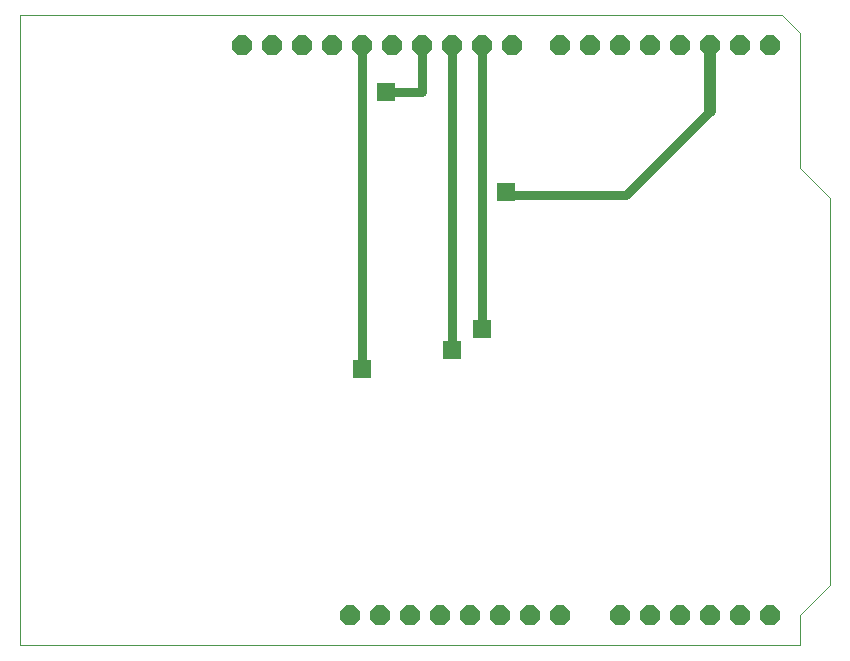
<source format=gbl>
G75*
G70*
%OFA0B0*%
%FSLAX24Y24*%
%IPPOS*%
%LPD*%
%AMOC8*
5,1,8,0,0,1.08239X$1,22.5*
%
%ADD10C,0.0000*%
%ADD11OC8,0.0660*%
%ADD12R,0.0591X0.0591*%
%ADD13C,0.0300*%
%ADD14C,0.0400*%
D10*
X000500Y000500D02*
X000500Y021500D01*
X025900Y021500D01*
X026500Y020900D01*
X026500Y016400D01*
X027500Y015400D01*
X027500Y002500D01*
X026500Y001500D01*
X026500Y000500D01*
X000500Y000500D01*
D11*
X011500Y001500D03*
X012500Y001500D03*
X013500Y001500D03*
X014500Y001500D03*
X015500Y001500D03*
X016500Y001500D03*
X017500Y001500D03*
X018500Y001500D03*
X020500Y001500D03*
X021500Y001500D03*
X022500Y001500D03*
X023500Y001500D03*
X024500Y001500D03*
X025500Y001500D03*
X025500Y020500D03*
X024500Y020500D03*
X023500Y020500D03*
X022500Y020500D03*
X021500Y020500D03*
X020500Y020500D03*
X019500Y020500D03*
X018500Y020500D03*
X016900Y020500D03*
X015900Y020500D03*
X014900Y020500D03*
X013900Y020500D03*
X012900Y020500D03*
X011900Y020500D03*
X010900Y020500D03*
X009900Y020500D03*
X008900Y020500D03*
X007900Y020500D03*
D12*
X012700Y018950D03*
X016700Y015600D03*
X015900Y011050D03*
X014900Y010350D03*
X011900Y009700D03*
D13*
X011900Y020500D01*
X012700Y018950D02*
X013900Y018950D01*
X013900Y020500D01*
X014900Y020500D02*
X014900Y010350D01*
X015900Y011050D02*
X015900Y020500D01*
X016700Y015600D02*
X016700Y015500D01*
X020700Y015500D01*
X023500Y018300D01*
D14*
X023500Y020500D01*
M02*

</source>
